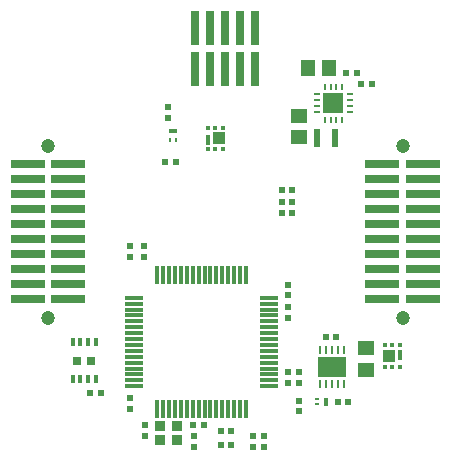
<source format=gts>
G04 #@! TF.FileFunction,Soldermask,Top*
%FSLAX46Y46*%
G04 Gerber Fmt 4.6, Leading zero omitted, Abs format (unit mm)*
G04 Created by KiCad (PCBNEW 201609280951+7255~55~ubuntu14.04.1-) date Wed Jan 11 23:22:02 2017*
%MOMM*%
%LPD*%
G01*
G04 APERTURE LIST*
%ADD10C,0.100000*%
%ADD11R,0.620000X0.620000*%
%ADD12R,1.702000X1.702000*%
%ADD13R,0.600000X0.250000*%
%ADD14R,0.250000X0.600000*%
%ADD15R,1.150000X1.450000*%
%ADD16R,1.450000X1.150000*%
%ADD17R,1.500000X0.300000*%
%ADD18R,0.300000X1.500000*%
%ADD19R,0.802000X0.802000*%
%ADD20R,0.350000X0.650000*%
%ADD21R,2.382000X1.652000*%
%ADD22R,0.250000X0.700000*%
%ADD23R,2.920000X0.740000*%
%ADD24C,1.200000*%
%ADD25R,0.500000X1.600000*%
%ADD26R,0.400000X0.700000*%
%ADD27R,0.400000X0.250000*%
%ADD28R,0.950000X0.850000*%
%ADD29R,0.740000X2.920000*%
%ADD30R,0.400000X0.455000*%
%ADD31R,1.050000X1.100000*%
%ADD32R,0.400000X0.850000*%
%ADD33R,0.700000X0.400000*%
%ADD34R,0.250000X0.400000*%
G04 APERTURE END LIST*
D10*
D11*
X104750000Y-98400000D03*
X105650000Y-98400000D03*
D12*
X109150000Y-89100000D03*
D13*
X107750000Y-89850000D03*
X107750000Y-89350000D03*
X107750000Y-88850000D03*
X107750000Y-88350000D03*
D14*
X108400000Y-87700000D03*
X108900000Y-87700000D03*
X109400000Y-87700000D03*
X109900000Y-87700000D03*
D13*
X110550000Y-88350000D03*
X110550000Y-88850000D03*
X110550000Y-89350000D03*
X110550000Y-89850000D03*
D14*
X109900000Y-90500000D03*
X109400000Y-90500000D03*
X108900000Y-90500000D03*
X108400000Y-90500000D03*
D11*
X97340000Y-117310000D03*
X97340000Y-118210000D03*
X93150000Y-116370000D03*
X93150000Y-117270000D03*
X106230000Y-111890000D03*
X106230000Y-112790000D03*
X105300000Y-105390000D03*
X105300000Y-104490000D03*
X91940000Y-114100000D03*
X91940000Y-115000000D03*
X100500000Y-116880000D03*
X99600000Y-116880000D03*
X105290000Y-111890000D03*
X105290000Y-112790000D03*
X91920000Y-102140000D03*
X91920000Y-101240000D03*
X100500000Y-118080000D03*
X99600000Y-118080000D03*
X93130000Y-101240000D03*
X93130000Y-102140000D03*
X105300000Y-107310000D03*
X105300000Y-106410000D03*
D15*
X107000000Y-86150000D03*
X108800000Y-86150000D03*
D11*
X112400000Y-87500000D03*
X111500000Y-87500000D03*
D16*
X106250000Y-90200000D03*
X106250000Y-92000000D03*
D11*
X89430000Y-113690000D03*
X88530000Y-113690000D03*
D17*
X92286000Y-113082000D03*
X92286000Y-112582000D03*
X92286000Y-112082000D03*
X92286000Y-111582000D03*
X92286000Y-111082000D03*
X92286000Y-110582000D03*
X92286000Y-110082000D03*
X92286000Y-109582000D03*
X92286000Y-109082000D03*
X92286000Y-108582000D03*
X92286000Y-108082000D03*
X92286000Y-107582000D03*
X92286000Y-107082000D03*
X92286000Y-106582000D03*
X92286000Y-106082000D03*
X92286000Y-105582000D03*
D18*
X94236000Y-103632000D03*
X94736000Y-103632000D03*
X95236000Y-103632000D03*
X95736000Y-103632000D03*
X96236000Y-103632000D03*
X96736000Y-103632000D03*
X97236000Y-103632000D03*
X97736000Y-103632000D03*
X98236000Y-103632000D03*
X98736000Y-103632000D03*
X99236000Y-103632000D03*
X99736000Y-103632000D03*
X100236000Y-103632000D03*
X100736000Y-103632000D03*
X101236000Y-103632000D03*
X101736000Y-103632000D03*
D17*
X103686000Y-105582000D03*
X103686000Y-106082000D03*
X103686000Y-106582000D03*
X103686000Y-107082000D03*
X103686000Y-107582000D03*
X103686000Y-108082000D03*
X103686000Y-108582000D03*
X103686000Y-109082000D03*
X103686000Y-109582000D03*
X103686000Y-110082000D03*
X103686000Y-110582000D03*
X103686000Y-111082000D03*
X103686000Y-111582000D03*
X103686000Y-112082000D03*
X103686000Y-112582000D03*
X103686000Y-113082000D03*
D18*
X101736000Y-115032000D03*
X101236000Y-115032000D03*
X100736000Y-115032000D03*
X100236000Y-115032000D03*
X99736000Y-115032000D03*
X99236000Y-115032000D03*
X98736000Y-115032000D03*
X98236000Y-115032000D03*
X97736000Y-115032000D03*
X97236000Y-115032000D03*
X96736000Y-115032000D03*
X96236000Y-115032000D03*
X95736000Y-115032000D03*
X95236000Y-115032000D03*
X94736000Y-115032000D03*
X94236000Y-115032000D03*
D19*
X88640000Y-110920000D03*
X87440000Y-110920000D03*
D20*
X87065000Y-109370000D03*
X87715000Y-109370000D03*
X88365000Y-109370000D03*
X89015000Y-109370000D03*
X89015000Y-112470000D03*
X88365000Y-112470000D03*
X87715000Y-112470000D03*
X87065000Y-112470000D03*
D21*
X109050000Y-111440000D03*
D22*
X110050000Y-112865000D03*
X109550000Y-112865000D03*
X109050000Y-112865000D03*
X108550000Y-112865000D03*
X108050000Y-112865000D03*
X108050000Y-110015000D03*
X108550000Y-110015000D03*
X109050000Y-110015000D03*
X109550000Y-110015000D03*
X110050000Y-110015000D03*
D23*
X86715000Y-105715000D03*
X83285000Y-105715000D03*
X86715000Y-104445000D03*
X83285000Y-104445000D03*
X86715000Y-103175000D03*
X83285000Y-103175000D03*
X86715000Y-101905000D03*
X83285000Y-101905000D03*
X86715000Y-100635000D03*
X83285000Y-100635000D03*
X86715000Y-99365000D03*
X83285000Y-99365000D03*
X86715000Y-98095000D03*
X83285000Y-98095000D03*
X86715000Y-96825000D03*
X83285000Y-96825000D03*
X86715000Y-95555000D03*
X83285000Y-95555000D03*
X86715000Y-94285000D03*
X83285000Y-94285000D03*
D24*
X85000000Y-92695000D03*
X85000000Y-107305000D03*
D23*
X116715000Y-105715000D03*
X113285000Y-105715000D03*
X116715000Y-104445000D03*
X113285000Y-104445000D03*
X116715000Y-103175000D03*
X113285000Y-103175000D03*
X116715000Y-101905000D03*
X113285000Y-101905000D03*
X116715000Y-100635000D03*
X113285000Y-100635000D03*
X116715000Y-99365000D03*
X113285000Y-99365000D03*
X116715000Y-98095000D03*
X113285000Y-98095000D03*
X116715000Y-96825000D03*
X113285000Y-96825000D03*
X116715000Y-95555000D03*
X113285000Y-95555000D03*
X116715000Y-94285000D03*
X113285000Y-94285000D03*
D24*
X115000000Y-92695000D03*
X115000000Y-107305000D03*
D25*
X107750000Y-92100000D03*
X109250000Y-92100000D03*
D26*
X108480000Y-114390000D03*
D27*
X107780000Y-114165000D03*
X107780000Y-114615000D03*
D11*
X97250000Y-116390000D03*
X98150000Y-116390000D03*
X104750000Y-97450000D03*
X105650000Y-97450000D03*
X104750000Y-96500000D03*
X105650000Y-96500000D03*
D16*
X111880000Y-111680000D03*
X111880000Y-109880000D03*
D11*
X109500000Y-114380000D03*
X110400000Y-114380000D03*
D28*
X95925000Y-117615000D03*
X94475000Y-117615000D03*
X94475000Y-116465000D03*
X95925000Y-116465000D03*
D29*
X102540000Y-82785000D03*
X102540000Y-86215000D03*
X101270000Y-82785000D03*
X101270000Y-86215000D03*
X100000000Y-82785000D03*
X100000000Y-86215000D03*
X98730000Y-82785000D03*
X98730000Y-86215000D03*
X97460000Y-82785000D03*
X97460000Y-86215000D03*
D11*
X111150000Y-86550000D03*
X110250000Y-86550000D03*
X108500000Y-108950000D03*
X109400000Y-108950000D03*
D30*
X114140000Y-111422500D03*
D31*
X113815000Y-110500000D03*
D30*
X113490000Y-111422500D03*
X113490000Y-109577500D03*
X114140000Y-109577500D03*
X114790000Y-111422500D03*
X114790000Y-109577500D03*
D32*
X114790000Y-110404000D03*
D11*
X106250000Y-115200000D03*
X106250000Y-114300000D03*
D32*
X98500000Y-92196000D03*
D30*
X98500000Y-93022500D03*
X98500000Y-91177500D03*
X99150000Y-93022500D03*
X99800000Y-93022500D03*
X99800000Y-91177500D03*
D31*
X99475000Y-92100000D03*
D30*
X99150000Y-91177500D03*
D33*
X95550000Y-91500000D03*
D34*
X95325000Y-92200000D03*
X95775000Y-92200000D03*
D11*
X103250000Y-118250000D03*
X102350000Y-118250000D03*
X103250000Y-117250000D03*
X102350000Y-117250000D03*
X95100000Y-90350000D03*
X95100000Y-89450000D03*
X94900000Y-94050000D03*
X95800000Y-94050000D03*
M02*

</source>
